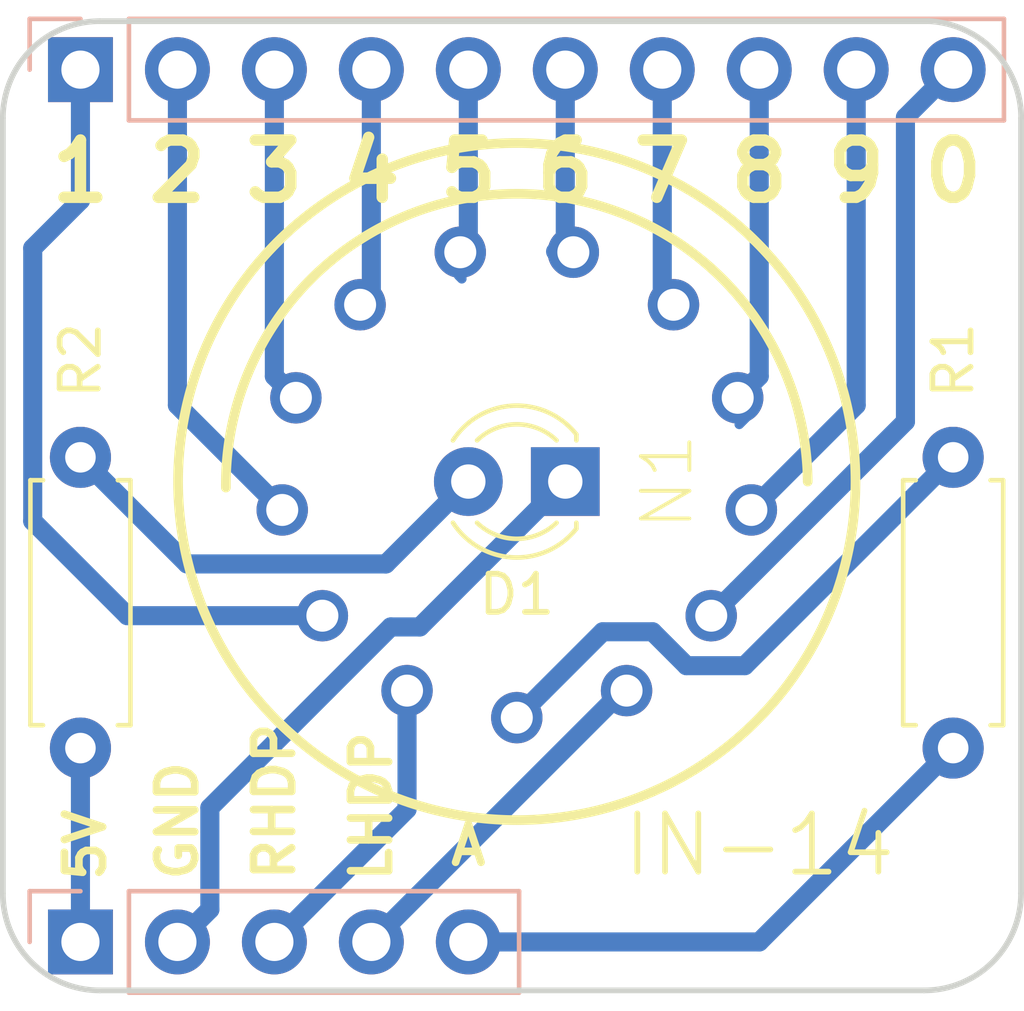
<source format=kicad_pcb>
(kicad_pcb (version 20240108) (generator "pcbnew") (generator_version "8.0")
  (layers (0 "F.Cu" signal) (31 "B.Cu" signal) (34 "B.Paste" user) (35 "F.Paste" user) (36 "B.SilkS" user "B.Silkscreen") (37 "F.SilkS" user "F.Silkscreen") (38 "B.Mask" user) (39 "F.Mask" user) (44 "Edge.Cuts" user))
  (net 0 "")
  (net 1 "Net-(J1-Pad1)")
  (net 2 "Net-(J1-Pad2)")
  (net 3 "Net-(J1-Pad3)")
  (net 4 "Net-(J1-Pad4)")
  (net 5 "Net-(J1-Pad5)")
  (net 6 "Net-(J1-Pad6)")
  (net 7 "Net-(J1-Pad7)")
  (net 8 "Net-(J1-Pad8)")
  (net 9 "Net-(J1-Pad9)")
  (net 10 "Net-(J1-Pad10)")
  (net 11 "Net-(J2-Pad1)")
  (net 12 "Net-(J2-Pad3)")
  (net 13 "GND")
  (net 14 "Net-(D1-Pad2)")
  (net 15 "Net-(J2-Pad4)")
  (net 16 "Net-(N1-PadA)")
  (net 17 "Net-(J2-Pad5)")
  (footprint "nixies-us:nixies-us-IN-14" (layer "F.Cu") (at 135.89 135.255)
    (property "Reference" "N1" (at 3.937 0 90) (layer "F.SilkS") (effects (font (size 1.27 1.27) (thickness 0.1016))))
    (property "Value" "IN-14" (at 6.35 9.525 180) (layer "F.SilkS") (effects (font (size 1.524 1.524))))
    (fp_arc (start -7.62 0.15748) (mid -0.07874 -7.54126) (end 7.62 0) (stroke (width 0.254)) (layer "F.SilkS"))
    (fp_circle (center 0 0) (end 0 -8.87222) (stroke (width 0.254)) (fill none) (layer "F.SilkS"))
    (pad "0" thru_hole circle (at 5.0927 3.51536) (size 1.3462 1.3462) (drill 0.8382) (layers "*.Cu" "*.Paste" "*.Mask") (net 10 "Net-(J1-Pad10)"))
    (pad "1" thru_hole circle (at -5.0927 3.51536) (size 1.3462 1.3462) (drill 0.8382) (layers "*.Cu" "*.Paste" "*.Mask") (net 1 "Net-(J1-Pad1)"))
    (pad "2" thru_hole circle (at -6.14426 0.74422) (size 1.3462 1.3462) (drill 0.8382) (layers "*.Cu" "*.Paste" "*.Mask") (net 2 "Net-(J1-Pad2)"))
    (pad "3" thru_hole circle (at -5.78612 -2.19456) (size 1.3462 1.3462) (drill 0.8382) (layers "*.Cu" "*.Paste" "*.Mask") (net 3 "Net-(J1-Pad3)"))
    (pad "4" thru_hole circle (at -4.10464 -4.63296) (size 1.3462 1.3462) (drill 0.8382) (layers "*.Cu" "*.Paste" "*.Mask") (net 4 "Net-(J1-Pad4)"))
    (pad "5" thru_hole circle (at -1.48082 -6.00964) (size 1.3462 1.3462) (drill 0.8382) (layers "*.Cu" "*.Paste" "*.Mask") (net 5 "Net-(J1-Pad5)"))
    (pad "6" thru_hole circle (at 1.48082 -6.00964) (size 1.3462 1.3462) (drill 0.8382) (layers "*.Cu" "*.Paste" "*.Mask") (net 6 "Net-(J1-Pad6)"))
    (pad "7" thru_hole circle (at 4.10464 -4.63296) (size 1.3462 1.3462) (drill 0.8382) (layers "*.Cu" "*.Paste" "*.Mask") (net 7 "Net-(J1-Pad7)"))
    (pad "8" thru_hole circle (at 5.78612 -2.19456) (size 1.3462 1.3462) (drill 0.8382) (layers "*.Cu" "*.Paste" "*.Mask") (net 8 "Net-(J1-Pad8)"))
    (pad "9" thru_hole circle (at 6.14426 0.74422) (size 1.3462 1.3462) (drill 0.8382) (layers "*.Cu" "*.Paste" "*.Mask") (net 9 "Net-(J1-Pad9)"))
    (pad "A" thru_hole circle (at 0 6.18744) (size 1.3462 1.3462) (drill 0.8382) (layers "*.Cu" "*.Paste" "*.Mask") (net 16 "Net-(N1-PadA)"))
    (pad "LHDP" thru_hole circle (at 2.87528 5.47878) (size 1.3462 1.3462) (drill 0.8382) (layers "*.Cu" "*.Paste" "*.Mask") (net 15 "Net-(J2-Pad4)"))
    (pad "RHDP" thru_hole circle (at -2.87528 5.47878) (size 1.3462 1.3462) (drill 0.8382) (layers "*.Cu" "*.Paste" "*.Mask") (net 12 "Net-(J2-Pad3)"))
  )
  (footprint "LEDs:LED_D3.0mm" (layer "F.Cu") (at 137.16 135.255 180)
    (property "Reference" "D1" (at 1.27 -2.96 180) (layer "F.SilkS"))
    (property "Value" "LED")
    (fp_line (start -0.29 1.08) (end -0.29 1.236) (stroke (width 0.12)) (layer "F.SilkS"))
    (fp_line (start -0.29 -1.236) (end -0.29 -1.08) (stroke (width 0.12)) (layer "F.SilkS"))
    (fp_arc (start 2.942335 1.078608) (mid 1.366487 1.987659) (end -0.29 1.235516) (stroke (width 0.12)) (layer "F.SilkS"))
    (fp_arc (start 2.31113 1.079837) (mid 1.270117 1.5) (end 0.229039 1.08) (stroke (width 0.12)) (layer "F.SilkS"))
    (fp_arc (start 0.229039 -1.08) (mid 1.270117 -1.5) (end 2.31113 -1.079837) (stroke (width 0.12)) (layer "F.SilkS"))
    (fp_arc (start -0.29 -1.235516) (mid 1.366487 -1.987659) (end 2.942335 -1.078608) (stroke (width 0.12)) (layer "F.SilkS"))
    (pad "1" thru_hole rect (at 0 0 180) (size 1.8 1.8) (drill 0.9) (layers "*.Cu" "*.Mask") (net 13 "GND"))
    (pad "2" thru_hole circle (at 2.54 0 180) (size 1.8 1.8) (drill 0.9) (layers "*.Cu" "*.Mask") (net 14 "Net-(D1-Pad2)"))
  )
  (footprint "Resistors_ThroughHole:R_Axial_DIN0207_L6.3mm_D2.5mm_P7.62mm_Horizontal" (layer "F.Cu") (at 147.32 134.62 -90)
    (property "Reference" "R1" (at -2.54 0 -90) (layer "F.SilkS"))
    (property "Value" "22k")
    (fp_line (start 0.6 1.31) (end 7.02 1.31) (stroke (width 0.12)) (layer "F.SilkS"))
    (fp_line (start 7.02 1.31) (end 7.02 0.98) (stroke (width 0.12)) (layer "F.SilkS"))
    (fp_line (start 0.6 0.98) (end 0.6 1.31) (stroke (width 0.12)) (layer "F.SilkS"))
    (fp_line (start 0.6 -0.98) (end 0.6 -1.31) (stroke (width 0.12)) (layer "F.SilkS"))
    (fp_line (start 0.6 -1.31) (end 7.02 -1.31) (stroke (width 0.12)) (layer "F.SilkS"))
    (fp_line (start 7.02 -1.31) (end 7.02 -0.98) (stroke (width 0.12)) (layer "F.SilkS"))
    (pad "1" thru_hole circle (at 0 0 270) (size 1.6 1.6) (drill 0.8) (layers "*.Cu" "*.Mask") (net 16 "Net-(N1-PadA)"))
    (pad "2" thru_hole oval (at 7.62 0 270) (size 1.6 1.6) (drill 0.8) (layers "*.Cu" "*.Mask") (net 17 "Net-(J2-Pad5)"))
  )
  (footprint "Resistors_ThroughHole:R_Axial_DIN0207_L6.3mm_D2.5mm_P7.62mm_Horizontal" (layer "F.Cu") (at 124.46 142.24 90)
    (property "Reference" "R2" (at 10.16 0 90) (layer "F.SilkS"))
    (property "Value" "390")
    (fp_line (start 7.02 -1.31) (end 7.02 -0.98) (stroke (width 0.12)) (layer "F.SilkS"))
    (fp_line (start 0.6 -1.31) (end 7.02 -1.31) (stroke (width 0.12)) (layer "F.SilkS"))
    (fp_line (start 0.6 -0.98) (end 0.6 -1.31) (stroke (width 0.12)) (layer "F.SilkS"))
    (fp_line (start 0.6 0.98) (end 0.6 1.31) (stroke (width 0.12)) (layer "F.SilkS"))
    (fp_line (start 7.02 1.31) (end 7.02 0.98) (stroke (width 0.12)) (layer "F.SilkS"))
    (fp_line (start 0.6 1.31) (end 7.02 1.31) (stroke (width 0.12)) (layer "F.SilkS"))
    (pad "1" thru_hole circle (at 0 0 90) (size 1.6 1.6) (drill 0.8) (layers "*.Cu" "*.Mask") (net 11 "Net-(J2-Pad1)"))
    (pad "2" thru_hole oval (at 7.62 0 90) (size 1.6 1.6) (drill 0.8) (layers "*.Cu" "*.Mask") (net 14 "Net-(D1-Pad2)"))
  )
  (footprint "Pin_Headers:Pin_Header_Straight_1x10_Pitch2.54mm" (layer "B.Cu") (at 124.46 124.46 -90)
    (property "Reference" "J1" (hide yes))
    (property "Value" "Conn_01x10" (hide yes))
    (fp_line (start -1.33 1.33) (end 0 1.33) (stroke (width 0.12)) (layer "B.SilkS"))
    (fp_line (start -1.33 0) (end -1.33 1.33) (stroke (width 0.12)) (layer "B.SilkS"))
    (fp_line (start -1.33 -1.27) (end 1.33 -1.27) (stroke (width 0.12)) (layer "B.SilkS"))
    (fp_line (start -1.33 -1.27) (end -1.33 -24.19) (stroke (width 0.12)) (layer "B.SilkS"))
    (fp_line (start 1.33 -1.27) (end 1.33 -24.19) (stroke (width 0.12)) (layer "B.SilkS"))
    (fp_line (start -1.33 -24.19) (end 1.33 -24.19) (stroke (width 0.12)) (layer "B.SilkS"))
    (pad "1" thru_hole rect (at 0 0 270) (size 1.7 1.7) (drill 1) (layers "*.Cu" "*.Mask") (net 1 "Net-(J1-Pad1)"))
    (pad "2" thru_hole oval (at 0 -2.54 270) (size 1.7 1.7) (drill 1) (layers "*.Cu" "*.Mask") (net 2 "Net-(J1-Pad2)"))
    (pad "3" thru_hole oval (at 0 -5.08 270) (size 1.7 1.7) (drill 1) (layers "*.Cu" "*.Mask") (net 3 "Net-(J1-Pad3)"))
    (pad "4" thru_hole oval (at 0 -7.62 270) (size 1.7 1.7) (drill 1) (layers "*.Cu" "*.Mask") (net 4 "Net-(J1-Pad4)"))
    (pad "5" thru_hole oval (at 0 -10.16 270) (size 1.7 1.7) (drill 1) (layers "*.Cu" "*.Mask") (net 5 "Net-(J1-Pad5)"))
    (pad "6" thru_hole oval (at 0 -12.7 270) (size 1.7 1.7) (drill 1) (layers "*.Cu" "*.Mask") (net 6 "Net-(J1-Pad6)"))
    (pad "7" thru_hole oval (at 0 -15.24 270) (size 1.7 1.7) (drill 1) (layers "*.Cu" "*.Mask") (net 7 "Net-(J1-Pad7)"))
    (pad "8" thru_hole oval (at 0 -17.78 270) (size 1.7 1.7) (drill 1) (layers "*.Cu" "*.Mask") (net 8 "Net-(J1-Pad8)"))
    (pad "9" thru_hole oval (at 0 -20.32 270) (size 1.7 1.7) (drill 1) (layers "*.Cu" "*.Mask") (net 9 "Net-(J1-Pad9)"))
    (pad "10" thru_hole oval (at 0 -22.86 270) (size 1.7 1.7) (drill 1) (layers "*.Cu" "*.Mask") (net 10 "Net-(J1-Pad10)"))
  )
  (footprint "Pin_Headers:Pin_Header_Straight_1x05_Pitch2.54mm" (layer "B.Cu") (at 124.46 147.32 -90)
    (property "Reference" "J2" (hide yes))
    (property "Value" "Conn_01x05" (hide yes))
    (fp_line (start -1.33 1.33) (end 0 1.33) (stroke (width 0.12)) (layer "B.SilkS"))
    (fp_line (start -1.33 0) (end -1.33 1.33) (stroke (width 0.12)) (layer "B.SilkS"))
    (fp_line (start -1.33 -1.27) (end 1.33 -1.27) (stroke (width 0.12)) (layer "B.SilkS"))
    (fp_line (start -1.33 -1.27) (end -1.33 -11.49) (stroke (width 0.12)) (layer "B.SilkS"))
    (fp_line (start 1.33 -1.27) (end 1.33 -11.49) (stroke (width 0.12)) (layer "B.SilkS"))
    (fp_line (start -1.33 -11.49) (end 1.33 -11.49) (stroke (width 0.12)) (layer "B.SilkS"))
    (pad "1" thru_hole rect (at 0 0 270) (size 1.7 1.7) (drill 1) (layers "*.Cu" "*.Mask") (net 11 "Net-(J2-Pad1)"))
    (pad "2" thru_hole oval (at 0 -2.54 270) (size 1.7 1.7) (drill 1) (layers "*.Cu" "*.Mask") (net 13 "GND"))
    (pad "3" thru_hole oval (at 0 -5.08 270) (size 1.7 1.7) (drill 1) (layers "*.Cu" "*.Mask") (net 12 "Net-(J2-Pad3)"))
    (pad "4" thru_hole oval (at 0 -7.62 270) (size 1.7 1.7) (drill 1) (layers "*.Cu" "*.Mask") (net 15 "Net-(J2-Pad4)"))
    (pad "5" thru_hole oval (at 0 -10.16 270) (size 1.7 1.7) (drill 1) (layers "*.Cu" "*.Mask") (net 17 "Net-(J2-Pad5)"))
  )
  (gr_arc (start 146.685 123.19) (mid 148.400649 123.977181) (end 149.101173 125.73) (stroke (width 0.15)) (layer "Edge.Cuts"))
  (gr_line (start 124.968 123.19) (end 146.685 123.19) (stroke (width 0.15)) (layer "Edge.Cuts"))
  (gr_arc (start 149.098 146.05) (mid 148.354051 147.846051) (end 146.558 148.59) (stroke (width 0.15)) (layer "Edge.Cuts"))
  (gr_line (start 146.558 148.59) (end 124.968 148.59) (stroke (width 0.15)) (layer "Edge.Cuts"))
  (gr_arc (start 122.428 125.73) (mid 123.171949 123.933949) (end 124.968 123.19) (stroke (width 0.15)) (layer "Edge.Cuts"))
  (gr_line (start 122.428 125.73) (end 122.428 146.05) (stroke (width 0.15)) (layer "Edge.Cuts"))
  (gr_arc (start 124.968 148.59) (mid 123.171949 147.846051) (end 122.428 146.05) (stroke (width 0.15)) (layer "Edge.Cuts"))
  (gr_line (start 149.098 125.73) (end 149.098 146.05) (stroke (width 0.15)) (layer "Edge.Cuts"))
  (gr_text "2" (at 127 127.127 0) (layer "F.SilkS") (effects (font (size 1.5 1.5) (thickness 0.3))))
  (gr_text "9" (at 144.78 127.127 0) (layer "F.SilkS") (effects (font (size 1.5 1.5) (thickness 0.3))))
  (gr_text "4" (at 132.08 127.127 0) (layer "F.SilkS") (effects (font (size 1.5 1.5) (thickness 0.3))))
  (gr_text "5" (at 134.62 127.127 0) (layer "F.SilkS") (effects (font (size 1.5 1.5) (thickness 0.3))))
  (gr_text "A" (at 134.62 144.78 0) (layer "F.SilkS") (effects (font (size 1 1) (thickness 0.2))))
  (gr_text "LHDP" (at 132.08 143.764 90) (layer "F.SilkS") (effects (font (size 1 1) (thickness 0.2))))
  (gr_text "5V" (at 124.587 144.78 90) (layer "F.SilkS") (effects (font (size 1 1) (thickness 0.2))))
  (gr_text "7" (at 139.7 127.127 0) (layer "F.SilkS") (effects (font (size 1.5 1.5) (thickness 0.3))))
  (gr_text "0" (at 147.32 127.127 0) (layer "F.SilkS") (effects (font (size 1.5 1.5) (thickness 0.3))))
  (gr_text "8" (at 142.24 127.127 0) (layer "F.SilkS") (effects (font (size 1.5 1.5) (thickness 0.3))))
  (gr_text "GND" (at 127 144.145 90) (layer "F.SilkS") (effects (font (size 1 1) (thickness 0.2))))
  (gr_text "RHDP" (at 129.54 143.637 90) (layer "F.SilkS") (effects (font (size 1 1) (thickness 0.2))))
  (gr_text "1" (at 124.46 127.127 0) (layer "F.SilkS") (effects (font (size 1.5 1.5) (thickness 0.3))))
  (gr_text "3" (at 129.54 127.127 0) (layer "F.SilkS") (effects (font (size 1.5 1.5) (thickness 0.3))))
  (gr_text "6" (at 137.16 127.127 0) (layer "F.SilkS") (effects (font (size 1.5 1.5) (thickness 0.3))))
  (segment (start 125.68936 138.77036) (end 130.7973 138.77036) (width 0.5) (layer "B.Cu") (net 1))
  (segment (start 124.46 124.46) (end 124.46 127.889) (width 0.5) (layer "B.Cu") (net 1))
  (segment (start 123.21 129.139) (end 123.21 136.291) (width 0.5) (layer "B.Cu") (net 1))
  (segment (start 124.46 127.889) (end 123.21 129.139) (width 0.5) (layer "B.Cu") (net 1))
  (segment (start 123.21 136.291) (end 125.68936 138.77036) (width 0.5) (layer "B.Cu") (net 1))
  (segment (start 127 133.25348) (end 127 124.46) (width 0.5) (layer "B.Cu") (net 2))
  (segment (start 129.74574 135.99922) (end 127 133.25348) (width 0.5) (layer "B.Cu") (net 2))
  (segment (start 129.54 132.49656) (end 130.10388 133.06044) (width 0.5) (layer "B.Cu") (net 3))
  (segment (start 129.54 124.46) (end 129.54 132.49656) (width 0.5) (layer "B.Cu") (net 3))
  (segment (start 132.08 124.46) (end 132.08 130.3274) (width 0.5) (layer "B.Cu") (net 4))
  (segment (start 132.08 130.3274) (end 131.78536 130.62204) (width 0.5) (layer "B.Cu") (net 4))
  (segment (start 134.62 129.03454) (end 134.40918 129.24536) (width 0.5) (layer "B.Cu") (net 5))
  (segment (start 134.62 124.46) (end 134.62 129.03454) (width 0.5) (layer "B.Cu") (net 5))
  (segment (start 134.366 129.8575) (end 134.44982 129.94132) (width 0.25) (layer "B.Cu") (net 5))
  (segment (start 137.16 129.03454) (end 137.37082 129.24536) (width 0.5) (layer "B.Cu") (net 6))
  (segment (start 136.906 129.22758) (end 137.32256 129.64414) (width 0.5) (layer "B.Cu") (net 6))
  (segment (start 137.16 124.46) (end 137.16 129.03454) (width 0.5) (layer "B.Cu") (net 6))
  (segment (start 139.7 124.46) (end 139.7 130.3274) (width 0.5) (layer "B.Cu") (net 7))
  (segment (start 139.7 130.3274) (end 139.99464 130.62204) (width 0.5) (layer "B.Cu") (net 7))
  (segment (start 142.24 124.46) (end 142.24 132.49656) (width 0.5) (layer "B.Cu") (net 8))
  (segment (start 142.24 132.49656) (end 141.67612 133.06044) (width 0.5) (layer "B.Cu") (net 8))
  (segment (start 141.986 133.48716) (end 141.71676 133.7564) (width 0.25) (layer "B.Cu") (net 8))
  (segment (start 144.78 124.46) (end 144.78 133.25348) (width 0.5) (layer "B.Cu") (net 9))
  (segment (start 144.78 133.25348) (end 142.03426 135.99922) (width 0.5) (layer "B.Cu") (net 9))
  (segment (start 147.32 124.46) (end 146.069999 125.710001) (width 0.5) (layer "B.Cu") (net 10))
  (segment (start 146.069999 133.683061) (end 141.655799 138.097261) (width 0.5) (layer "B.Cu") (net 10))
  (segment (start 140.9573 139.192) (end 140.93444 139.16914) (width 0.5) (layer "B.Cu") (net 10))
  (segment (start 146.069999 125.710001) (end 146.069999 133.683061) (width 0.5) (layer "B.Cu") (net 10))
  (segment (start 141.655799 138.097261) (end 140.9827 138.77036) (width 0.5) (layer "B.Cu") (net 10))
  (segment (start 124.46 145.97) (end 124.46 142.24) (width 0.5) (layer "B.Cu") (net 11))
  (segment (start 124.46 147.32) (end 124.46 145.97) (width 0.5) (layer "B.Cu") (net 11))
  (segment (start 133.01472 140.73378) (end 133.01472 143.84528) (width 0.5) (layer "B.Cu") (net 12))
  (segment (start 133.01472 143.84528) (end 130.389999 146.470001) (width 0.5) (layer "B.Cu") (net 12))
  (segment (start 130.389999 146.470001) (end 129.54 147.32) (width 0.5) (layer "B.Cu") (net 12))
  (segment (start 127 147.32) (end 127.849999 146.470001) (width 0.5) (layer "B.Cu") (net 13))
  (segment (start 132.588 139.065) (end 133.35 139.065) (width 0.5) (layer "B.Cu") (net 13))
  (segment (start 127.849999 143.803001) (end 132.588 139.065) (width 0.5) (layer "B.Cu") (net 13))
  (segment (start 127.849999 146.470001) (end 127.849999 143.803001) (width 0.5) (layer "B.Cu") (net 13))
  (segment (start 133.35 139.065) (end 137.16 135.255) (width 0.5) (layer "B.Cu") (net 13))
  (segment (start 132.461 137.414) (end 134.62 135.255) (width 0.5) (layer "B.Cu") (net 14))
  (segment (start 124.46 134.62) (end 127.254 137.414) (width 0.5) (layer "B.Cu") (net 14))
  (segment (start 127.254 137.414) (end 132.461 137.414) (width 0.5) (layer "B.Cu") (net 14))
  (segment (start 138.66622 140.73378) (end 138.76528 140.73378) (width 0.5) (layer "B.Cu") (net 15))
  (segment (start 132.08 147.32) (end 138.66622 140.73378) (width 0.5) (layer "B.Cu") (net 15))
  (segment (start 147.32 134.62) (end 141.859 140.081) (width 0.5) (layer "B.Cu") (net 16))
  (segment (start 141.859 140.081) (end 140.335 140.081) (width 0.5) (layer "B.Cu") (net 16))
  (segment (start 139.446 139.192) (end 138.14044 139.192) (width 0.5) (layer "B.Cu") (net 16))
  (segment (start 138.14044 139.192) (end 136.563099 140.769341) (width 0.5) (layer "B.Cu") (net 16))
  (segment (start 140.335 140.081) (end 139.446 139.192) (width 0.5) (layer "B.Cu") (net 16))
  (segment (start 136.563099 140.769341) (end 135.89 141.44244) (width 0.5) (layer "B.Cu") (net 16))
  (segment (start 142.24 147.32) (end 147.32 142.24) (width 0.5) (layer "B.Cu") (net 17))
  (segment (start 134.62 147.32) (end 142.24 147.32) (width 0.5) (layer "B.Cu") (net 17))
)
</source>
